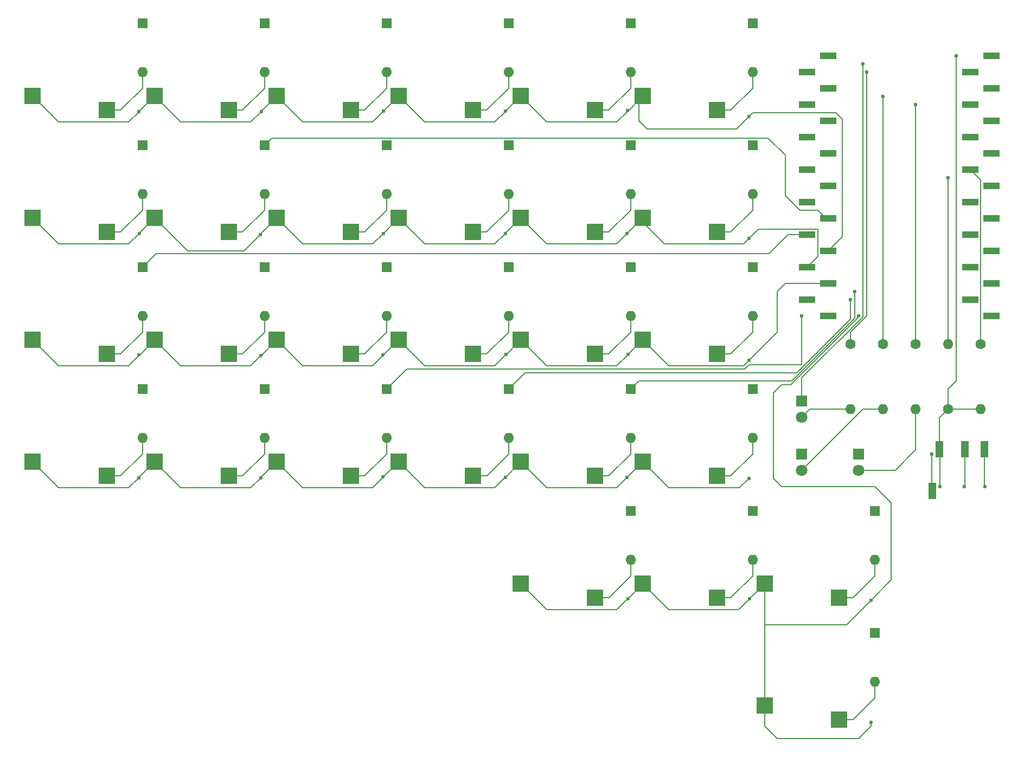
<source format=gbr>
%TF.GenerationSoftware,KiCad,Pcbnew,7.0.9*%
%TF.CreationDate,2024-11-16T13:28:32+01:00*%
%TF.ProjectId,ErgoBoard,4572676f-426f-4617-9264-2e6b69636164,rev?*%
%TF.SameCoordinates,Original*%
%TF.FileFunction,Copper,L2,Bot*%
%TF.FilePolarity,Positive*%
%FSLAX46Y46*%
G04 Gerber Fmt 4.6, Leading zero omitted, Abs format (unit mm)*
G04 Created by KiCad (PCBNEW 7.0.9) date 2024-11-16 13:28:32*
%MOMM*%
%LPD*%
G01*
G04 APERTURE LIST*
%TA.AperFunction,ComponentPad*%
%ADD10C,1.600000*%
%TD*%
%TA.AperFunction,ComponentPad*%
%ADD11O,1.600000X1.600000*%
%TD*%
%TA.AperFunction,ComponentPad*%
%ADD12R,1.800000X1.800000*%
%TD*%
%TA.AperFunction,ComponentPad*%
%ADD13C,1.800000*%
%TD*%
%TA.AperFunction,SMDPad,CuDef*%
%ADD14R,1.200000X2.500000*%
%TD*%
%TA.AperFunction,SMDPad,CuDef*%
%ADD15R,2.510000X1.000000*%
%TD*%
%TA.AperFunction,ComponentPad*%
%ADD16R,1.600000X1.600000*%
%TD*%
%TA.AperFunction,SMDPad,CuDef*%
%ADD17R,2.600000X2.600000*%
%TD*%
%TA.AperFunction,ViaPad*%
%ADD18C,0.600000*%
%TD*%
%TA.AperFunction,Conductor*%
%ADD19C,0.150000*%
%TD*%
G04 APERTURE END LIST*
D10*
%TO.P,R4,1*%
%TO.N,VMCU*%
X248920000Y-106045000D03*
D11*
%TO.P,R4,2*%
%TO.N,I2C_SDA*%
X248920000Y-95885000D03*
%TD*%
%TO.P,R1,2*%
%TO.N,Net-(LED1-A)*%
X233680000Y-106045000D03*
D10*
%TO.P,R1,1*%
%TO.N,LED1*%
X233680000Y-95885000D03*
%TD*%
%TO.P,R5,1*%
%TO.N,I2C_SCL*%
X254000000Y-95885000D03*
D11*
%TO.P,R5,2*%
%TO.N,VMCU*%
X254000000Y-106045000D03*
%TD*%
D10*
%TO.P,R3,1*%
%TO.N,LED3*%
X243840000Y-95885000D03*
D11*
%TO.P,R3,2*%
%TO.N,Net-(LED3-A)*%
X243840000Y-106045000D03*
%TD*%
D10*
%TO.P,R2,1*%
%TO.N,LED2*%
X238760000Y-95885000D03*
D11*
%TO.P,R2,2*%
%TO.N,Net-(LED2-A)*%
X238760000Y-106045000D03*
%TD*%
D12*
%TO.P,LED3,1,K*%
%TO.N,GND*%
X234950000Y-113030000D03*
D13*
%TO.P,LED3,2,A*%
%TO.N,Net-(LED3-A)*%
X234950000Y-115570000D03*
%TD*%
D12*
%TO.P,LED2,1,K*%
%TO.N,GND*%
X226060000Y-113030000D03*
D13*
%TO.P,LED2,2,A*%
%TO.N,Net-(LED2-A)*%
X226060000Y-115570000D03*
%TD*%
D12*
%TO.P,LED1,1,K*%
%TO.N,GND*%
X226060000Y-104775000D03*
D13*
%TO.P,LED1,2,A*%
%TO.N,Net-(LED1-A)*%
X226060000Y-107315000D03*
%TD*%
D14*
%TO.P,JackR1,R1*%
%TO.N,I2C_SDA*%
X251575000Y-112320000D03*
%TO.P,JackR1,R2*%
%TO.N,I2C_SCL*%
X254575000Y-112320000D03*
%TO.P,JackR1,S*%
%TO.N,GND*%
X246475000Y-118820000D03*
%TO.P,JackR1,T*%
%TO.N,VMCU*%
X247575000Y-112320000D03*
%TD*%
D15*
%TO.P,GG12,1,Pin_1*%
%TO.N,GND*%
X255685000Y-50800000D03*
%TO.P,GG12,2,Pin_2*%
%TO.N,VMCU*%
X230225000Y-50800000D03*
%TO.P,GG12,3,Pin_3*%
%TO.N,LED1*%
X252375000Y-53340000D03*
%TO.P,GG12,4,Pin_4*%
%TO.N,unconnected-(GG12-Pin_4-Pad4)*%
X226915000Y-53340000D03*
%TO.P,GG12,5,Pin_5*%
%TO.N,LED2*%
X255685000Y-55880000D03*
%TO.P,GG12,6,Pin_6*%
%TO.N,unconnected-(GG12-Pin_6-Pad6)*%
X230225000Y-55880000D03*
%TO.P,GG12,7,Pin_7*%
%TO.N,LED3*%
X252375000Y-58420000D03*
%TO.P,GG12,8,Pin_8*%
%TO.N,unconnected-(GG12-Pin_8-Pad8)*%
X226915000Y-58420000D03*
%TO.P,GG12,9,Pin_9*%
%TO.N,unconnected-(GG12-Pin_9-Pad9)*%
X255685000Y-60960000D03*
%TO.P,GG12,10,Pin_10*%
%TO.N,unconnected-(GG12-Pin_10-Pad10)*%
X230225000Y-60960000D03*
%TO.P,GG12,11,Pin_11*%
%TO.N,unconnected-(GG12-Pin_11-Pad11)*%
X252375000Y-63500000D03*
%TO.P,GG12,12,Pin_12*%
%TO.N,unconnected-(GG12-Pin_12-Pad12)*%
X226915000Y-63500000D03*
%TO.P,GG12,13,Pin_13*%
%TO.N,unconnected-(GG12-Pin_13-Pad13)*%
X255685000Y-66040000D03*
%TO.P,GG12,14,Pin_14*%
%TO.N,unconnected-(GG12-Pin_14-Pad14)*%
X230225000Y-66040000D03*
%TO.P,GG12,15,Pin_15*%
%TO.N,I2C_SCL*%
X252375000Y-68580000D03*
%TO.P,GG12,16,Pin_16*%
%TO.N,I2C_SDA*%
X226915000Y-68580000D03*
%TO.P,GG12,17,Pin_17*%
%TO.N,unconnected-(GG12-Pin_17-Pad17)*%
X255685000Y-71120000D03*
%TO.P,GG12,18,Pin_18*%
%TO.N,5V*%
X230225000Y-71120000D03*
%TO.P,GG12,19,Pin_19*%
%TO.N,unconnected-(GG12-Pin_19-Pad19)*%
X252375000Y-73660000D03*
%TO.P,GG12,20,Pin_20*%
%TO.N,unconnected-(GG12-Pin_20-Pad20)*%
X226915000Y-73660000D03*
%TO.P,GG12,21,Pin_21*%
%TO.N,unconnected-(GG12-Pin_21-Pad21)*%
X255685000Y-76200000D03*
%TO.P,GG12,22,Pin_22*%
%TO.N,Col2*%
X230225000Y-76200000D03*
%TO.P,GG12,23,Pin_23*%
%TO.N,unconnected-(GG12-Pin_23-Pad23)*%
X252375000Y-78740000D03*
%TO.P,GG12,24,Pin_24*%
%TO.N,Col1*%
X226915000Y-78740000D03*
%TO.P,GG12,25,Pin_25*%
%TO.N,unconnected-(GG12-Pin_25-Pad25)*%
X255685000Y-81280000D03*
%TO.P,GG12,26,Pin_26*%
%TO.N,Row1*%
X230225000Y-81280000D03*
%TO.P,GG12,27,Pin_27*%
%TO.N,Col6*%
X252375000Y-83820000D03*
%TO.P,GG12,28,Pin_28*%
%TO.N,Row2*%
X226915000Y-83820000D03*
%TO.P,GG12,29,Pin_29*%
%TO.N,Col5*%
X255685000Y-86360000D03*
%TO.P,GG12,30,Pin_30*%
%TO.N,Row3*%
X230225000Y-86360000D03*
%TO.P,GG12,31,Pin_31*%
%TO.N,Col4*%
X252375000Y-88900000D03*
%TO.P,GG12,32,Pin_32*%
%TO.N,Row4*%
X226915000Y-88900000D03*
%TO.P,GG12,33,Pin_33*%
%TO.N,Col3*%
X255685000Y-91440000D03*
%TO.P,GG12,34,Pin_34*%
%TO.N,Row5*%
X230225000Y-91440000D03*
%TD*%
D16*
%TO.P,D18,1,K*%
%TO.N,Col6*%
X218440000Y-83820000D03*
D11*
%TO.P,D18,2,A*%
%TO.N,Net-(D18-A)*%
X218440000Y-91440000D03*
%TD*%
D16*
%TO.P,D16,1,K*%
%TO.N,Col4*%
X180340000Y-83820000D03*
D11*
%TO.P,D16,2,A*%
%TO.N,Net-(D16-A)*%
X180340000Y-91440000D03*
%TD*%
D17*
%TO.P,SW19,1,1*%
%TO.N,Net-(D19-A)*%
X117575000Y-116440000D03*
%TO.P,SW19,2,2*%
%TO.N,Row4*%
X106025000Y-114240000D03*
%TD*%
D16*
%TO.P,D8,1,K*%
%TO.N,Col2*%
X142240000Y-64770000D03*
D11*
%TO.P,D8,2,A*%
%TO.N,Net-(D8-A)*%
X142240000Y-72390000D03*
%TD*%
D17*
%TO.P,SW16,1,1*%
%TO.N,Net-(D16-A)*%
X174725000Y-97390000D03*
%TO.P,SW16,2,2*%
%TO.N,Row3*%
X163175000Y-95190000D03*
%TD*%
D16*
%TO.P,D11,1,K*%
%TO.N,Col5*%
X199390000Y-64770000D03*
D11*
%TO.P,D11,2,A*%
%TO.N,Net-(D11-A)*%
X199390000Y-72390000D03*
%TD*%
D16*
%TO.P,D23,1,K*%
%TO.N,Col5*%
X199390000Y-102870000D03*
D11*
%TO.P,D23,2,A*%
%TO.N,Net-(D23-A)*%
X199390000Y-110490000D03*
%TD*%
D16*
%TO.P,D15,1,K*%
%TO.N,Col3*%
X161290000Y-83820000D03*
D11*
%TO.P,D15,2,A*%
%TO.N,Net-(D15-A)*%
X161290000Y-91440000D03*
%TD*%
D16*
%TO.P,D26,1,K*%
%TO.N,Col2*%
X218440000Y-121920000D03*
D11*
%TO.P,D26,2,A*%
%TO.N,Net-(D26-A)*%
X218440000Y-129540000D03*
%TD*%
D16*
%TO.P,D21,1,K*%
%TO.N,Col3*%
X161290000Y-102870000D03*
D11*
%TO.P,D21,2,A*%
%TO.N,Net-(D21-A)*%
X161290000Y-110490000D03*
%TD*%
D17*
%TO.P,SW2,1,1*%
%TO.N,Net-(D2-A)*%
X136625000Y-59290000D03*
%TO.P,SW2,2,2*%
%TO.N,Row1*%
X125075000Y-57090000D03*
%TD*%
%TO.P,SW25,1,1*%
%TO.N,Net-(D25-A)*%
X193775000Y-135490000D03*
%TO.P,SW25,2,2*%
%TO.N,Row5*%
X182225000Y-133290000D03*
%TD*%
%TO.P,SW5,1,1*%
%TO.N,Net-(D5-A)*%
X193775000Y-59290000D03*
%TO.P,SW5,2,2*%
%TO.N,Row1*%
X182225000Y-57090000D03*
%TD*%
D16*
%TO.P,D5,1,K*%
%TO.N,Col5*%
X199390000Y-45720000D03*
D11*
%TO.P,D5,2,A*%
%TO.N,Net-(D5-A)*%
X199390000Y-53340000D03*
%TD*%
D17*
%TO.P,SW10,1,1*%
%TO.N,Net-(D10-A)*%
X174725000Y-78340000D03*
%TO.P,SW10,2,2*%
%TO.N,Row2*%
X163175000Y-76140000D03*
%TD*%
%TO.P,SW12,1,1*%
%TO.N,Net-(D12-A)*%
X212825000Y-78340000D03*
%TO.P,SW12,2,2*%
%TO.N,Row2*%
X201275000Y-76140000D03*
%TD*%
D16*
%TO.P,D28,1,K*%
%TO.N,Col4*%
X237490000Y-140970000D03*
D11*
%TO.P,D28,2,A*%
%TO.N,Net-(D28-A)*%
X237490000Y-148590000D03*
%TD*%
D17*
%TO.P,SW3,1,1*%
%TO.N,Net-(D3-A)*%
X155675000Y-59290000D03*
%TO.P,SW3,2,2*%
%TO.N,Row1*%
X144125000Y-57090000D03*
%TD*%
%TO.P,SW24,1,1*%
%TO.N,Net-(D24-A)*%
X212825000Y-116440000D03*
%TO.P,SW24,2,2*%
%TO.N,Row4*%
X201275000Y-114240000D03*
%TD*%
D16*
%TO.P,D27,1,K*%
%TO.N,Col3*%
X237490000Y-121920000D03*
D11*
%TO.P,D27,2,A*%
%TO.N,Net-(D27-A)*%
X237490000Y-129540000D03*
%TD*%
D17*
%TO.P,SW4,1,1*%
%TO.N,Net-(D4-A)*%
X174725000Y-59290000D03*
%TO.P,SW4,2,2*%
%TO.N,Row1*%
X163175000Y-57090000D03*
%TD*%
%TO.P,SW7,1,1*%
%TO.N,Net-(D7-A)*%
X117575000Y-78340000D03*
%TO.P,SW7,2,2*%
%TO.N,Row2*%
X106025000Y-76140000D03*
%TD*%
%TO.P,SW23,1,1*%
%TO.N,Net-(D23-A)*%
X193775000Y-116440000D03*
%TO.P,SW23,2,2*%
%TO.N,Row4*%
X182225000Y-114240000D03*
%TD*%
D16*
%TO.P,D4,1,K*%
%TO.N,Col4*%
X180340000Y-45720000D03*
D11*
%TO.P,D4,2,A*%
%TO.N,Net-(D4-A)*%
X180340000Y-53340000D03*
%TD*%
D16*
%TO.P,D22,1,K*%
%TO.N,Col4*%
X180340000Y-102870000D03*
D11*
%TO.P,D22,2,A*%
%TO.N,Net-(D22-A)*%
X180340000Y-110490000D03*
%TD*%
D17*
%TO.P,SW18,1,1*%
%TO.N,Net-(D18-A)*%
X212825000Y-97390000D03*
%TO.P,SW18,2,2*%
%TO.N,Row3*%
X201275000Y-95190000D03*
%TD*%
D16*
%TO.P,D25,1,K*%
%TO.N,Col1*%
X199390000Y-121920000D03*
D11*
%TO.P,D25,2,A*%
%TO.N,Net-(D25-A)*%
X199390000Y-129540000D03*
%TD*%
D16*
%TO.P,D7,1,K*%
%TO.N,Col1*%
X123190000Y-64770000D03*
D11*
%TO.P,D7,2,A*%
%TO.N,Net-(D7-A)*%
X123190000Y-72390000D03*
%TD*%
D17*
%TO.P,SW9,1,1*%
%TO.N,Net-(D9-A)*%
X155675000Y-78340000D03*
%TO.P,SW9,2,2*%
%TO.N,Row2*%
X144125000Y-76140000D03*
%TD*%
%TO.P,SW21,1,1*%
%TO.N,Net-(D21-A)*%
X155675000Y-116440000D03*
%TO.P,SW21,2,2*%
%TO.N,Row4*%
X144125000Y-114240000D03*
%TD*%
%TO.P,SW11,1,1*%
%TO.N,Net-(D11-A)*%
X193775000Y-78340000D03*
%TO.P,SW11,2,2*%
%TO.N,Row2*%
X182225000Y-76140000D03*
%TD*%
D16*
%TO.P,D13,1,K*%
%TO.N,Col1*%
X123190000Y-83820000D03*
D11*
%TO.P,D13,2,A*%
%TO.N,Net-(D13-A)*%
X123190000Y-91440000D03*
%TD*%
D17*
%TO.P,SW6,1,1*%
%TO.N,Net-(D6-A)*%
X212825000Y-59290000D03*
%TO.P,SW6,2,2*%
%TO.N,Row1*%
X201275000Y-57090000D03*
%TD*%
D16*
%TO.P,D17,1,K*%
%TO.N,Col5*%
X199390000Y-83820000D03*
D11*
%TO.P,D17,2,A*%
%TO.N,Net-(D17-A)*%
X199390000Y-91440000D03*
%TD*%
D16*
%TO.P,D20,1,K*%
%TO.N,Col2*%
X142240000Y-102870000D03*
D11*
%TO.P,D20,2,A*%
%TO.N,Net-(D20-A)*%
X142240000Y-110490000D03*
%TD*%
D16*
%TO.P,D1,1,K*%
%TO.N,Col1*%
X123190000Y-45720000D03*
D11*
%TO.P,D1,2,A*%
%TO.N,Net-(D1-A)*%
X123190000Y-53340000D03*
%TD*%
D17*
%TO.P,SW15,1,1*%
%TO.N,Net-(D15-A)*%
X155675000Y-97390000D03*
%TO.P,SW15,2,2*%
%TO.N,Row3*%
X144125000Y-95190000D03*
%TD*%
D16*
%TO.P,D2,1,K*%
%TO.N,Col2*%
X142240000Y-45720000D03*
D11*
%TO.P,D2,2,A*%
%TO.N,Net-(D2-A)*%
X142240000Y-53340000D03*
%TD*%
D17*
%TO.P,SW1,1,1*%
%TO.N,Net-(D1-A)*%
X117575000Y-59290000D03*
%TO.P,SW1,2,2*%
%TO.N,Row1*%
X106025000Y-57090000D03*
%TD*%
%TO.P,SW27,1,1*%
%TO.N,Net-(D27-A)*%
X231875000Y-135490000D03*
%TO.P,SW27,2,2*%
%TO.N,Row5*%
X220325000Y-133290000D03*
%TD*%
D16*
%TO.P,D19,1,K*%
%TO.N,Col1*%
X123190000Y-102870000D03*
D11*
%TO.P,D19,2,A*%
%TO.N,Net-(D19-A)*%
X123190000Y-110490000D03*
%TD*%
D16*
%TO.P,D6,1,K*%
%TO.N,Col6*%
X218440000Y-45720000D03*
D11*
%TO.P,D6,2,A*%
%TO.N,Net-(D6-A)*%
X218440000Y-53340000D03*
%TD*%
D16*
%TO.P,D9,1,K*%
%TO.N,Col3*%
X161290000Y-64770000D03*
D11*
%TO.P,D9,2,A*%
%TO.N,Net-(D9-A)*%
X161290000Y-72390000D03*
%TD*%
D16*
%TO.P,D14,1,K*%
%TO.N,Col2*%
X142240000Y-83820000D03*
D11*
%TO.P,D14,2,A*%
%TO.N,Net-(D14-A)*%
X142240000Y-91440000D03*
%TD*%
D17*
%TO.P,SW26,1,1*%
%TO.N,Net-(D26-A)*%
X212825000Y-135490000D03*
%TO.P,SW26,2,2*%
%TO.N,Row5*%
X201275000Y-133290000D03*
%TD*%
%TO.P,SW28,1,1*%
%TO.N,Net-(D28-A)*%
X231875000Y-154540000D03*
%TO.P,SW28,2,2*%
%TO.N,Row5*%
X220325000Y-152340000D03*
%TD*%
%TO.P,SW17,1,1*%
%TO.N,Net-(D17-A)*%
X193775000Y-97390000D03*
%TO.P,SW17,2,2*%
%TO.N,Row3*%
X182225000Y-95190000D03*
%TD*%
D16*
%TO.P,D24,1,K*%
%TO.N,Col6*%
X218440000Y-102870000D03*
D11*
%TO.P,D24,2,A*%
%TO.N,Net-(D24-A)*%
X218440000Y-110490000D03*
%TD*%
D16*
%TO.P,D12,1,K*%
%TO.N,Col6*%
X218440000Y-64770000D03*
D11*
%TO.P,D12,2,A*%
%TO.N,Net-(D12-A)*%
X218440000Y-72390000D03*
%TD*%
D16*
%TO.P,D3,1,K*%
%TO.N,Col3*%
X161290000Y-45720000D03*
D11*
%TO.P,D3,2,A*%
%TO.N,Net-(D3-A)*%
X161290000Y-53340000D03*
%TD*%
D16*
%TO.P,D10,1,K*%
%TO.N,Col4*%
X180340000Y-64770000D03*
D11*
%TO.P,D10,2,A*%
%TO.N,Net-(D10-A)*%
X180340000Y-72390000D03*
%TD*%
D17*
%TO.P,SW13,1,1*%
%TO.N,Net-(D13-A)*%
X117575000Y-97390000D03*
%TO.P,SW13,2,2*%
%TO.N,Row3*%
X106025000Y-95190000D03*
%TD*%
%TO.P,SW14,1,1*%
%TO.N,Net-(D14-A)*%
X136625000Y-97390000D03*
%TO.P,SW14,2,2*%
%TO.N,Row3*%
X125075000Y-95190000D03*
%TD*%
%TO.P,SW8,1,1*%
%TO.N,Net-(D8-A)*%
X136625000Y-78340000D03*
%TO.P,SW8,2,2*%
%TO.N,Row2*%
X125075000Y-76140000D03*
%TD*%
%TO.P,SW20,1,1*%
%TO.N,Net-(D20-A)*%
X136625000Y-116440000D03*
%TO.P,SW20,2,2*%
%TO.N,Row4*%
X125075000Y-114240000D03*
%TD*%
%TO.P,SW22,1,1*%
%TO.N,Net-(D22-A)*%
X174725000Y-116440000D03*
%TO.P,SW22,2,2*%
%TO.N,Row4*%
X163175000Y-114240000D03*
%TD*%
D18*
%TO.N,I2C_SDA*%
X248920000Y-69850000D03*
%TO.N,LED3*%
X243840000Y-58420000D03*
%TO.N,LED2*%
X238760000Y-57150000D03*
%TO.N,LED1*%
X236220000Y-53340000D03*
%TO.N,GND*%
X235585000Y-52070000D03*
%TO.N,VMCU*%
X250190000Y-50800000D03*
%TO.N,I2C_SCL*%
X254635000Y-118110000D03*
%TO.N,I2C_SDA*%
X251460000Y-118110000D03*
%TO.N,VMCU*%
X247650000Y-118110000D03*
%TO.N,GND*%
X246380000Y-113030000D03*
%TO.N,Row5*%
X234950000Y-91440000D03*
%TO.N,Col5*%
X234315000Y-87630000D03*
%TO.N,Col4*%
X233680000Y-88900000D03*
%TO.N,Col3*%
X226098632Y-91439999D03*
%TO.N,I2C_SDA*%
X226915000Y-68580000D03*
%TO.N,unconnected-(GG12-Pin_12-Pad12)*%
X226915000Y-63500000D03*
%TO.N,unconnected-(GG12-Pin_8-Pad8)*%
X226915000Y-58420000D03*
%TO.N,VMCU*%
X230225000Y-50800000D03*
%TO.N,unconnected-(GG12-Pin_23-Pad23)*%
X252375000Y-78740000D03*
%TO.N,unconnected-(GG12-Pin_21-Pad21)*%
X255685000Y-76200000D03*
%TO.N,unconnected-(GG12-Pin_19-Pad19)*%
X252375000Y-73660000D03*
%TO.N,unconnected-(GG12-Pin_20-Pad20)*%
X226915000Y-73660000D03*
%TO.N,unconnected-(GG12-Pin_17-Pad17)*%
X255685000Y-71120000D03*
%TO.N,I2C_SCL*%
X252375000Y-68580000D03*
%TO.N,unconnected-(GG12-Pin_14-Pad14)*%
X230225000Y-66040000D03*
%TO.N,unconnected-(GG12-Pin_10-Pad10)*%
X230225000Y-60960000D03*
%TO.N,unconnected-(GG12-Pin_6-Pad6)*%
X230225000Y-55880000D03*
%TO.N,LED1*%
X252375000Y-53340000D03*
%TO.N,unconnected-(GG12-Pin_4-Pad4)*%
X226915000Y-53340000D03*
%TO.N,Col4*%
X252375000Y-88900000D03*
%TO.N,Row4*%
X226915000Y-88900000D03*
%TO.N,Col1*%
X226915000Y-78740000D03*
%TO.N,Row2*%
X226915000Y-83820000D03*
%TO.N,LED3*%
X252375000Y-58420000D03*
%TO.N,unconnected-(GG12-Pin_11-Pad11)*%
X252375000Y-63500000D03*
%TO.N,5V*%
X230225000Y-71120000D03*
%TO.N,Col2*%
X230225000Y-76200000D03*
%TO.N,Row1*%
X230225000Y-81280000D03*
%TO.N,Col6*%
X252375000Y-83820000D03*
%TO.N,Row3*%
X230225000Y-86360000D03*
%TO.N,Row5*%
X230225000Y-91440000D03*
%TO.N,GND*%
X255685000Y-50800000D03*
%TO.N,LED2*%
X255685000Y-55880000D03*
%TO.N,unconnected-(GG12-Pin_9-Pad9)*%
X255685000Y-60960000D03*
%TO.N,unconnected-(GG12-Pin_13-Pad13)*%
X255685000Y-66040000D03*
%TO.N,unconnected-(GG12-Pin_25-Pad25)*%
X255685000Y-81280000D03*
%TO.N,Col5*%
X255685000Y-86360000D03*
%TO.N,Col3*%
X255685000Y-91440000D03*
%TO.N,Row2*%
X160755154Y-78563682D03*
X122681834Y-78563682D03*
X141601225Y-78720041D03*
X179830904Y-78563682D03*
X217805000Y-79375000D03*
X198789384Y-78602772D03*
%TO.N,Row3*%
X217805000Y-98425000D03*
X160716064Y-97561253D03*
X141679404Y-97600342D03*
X122603655Y-97522163D03*
X198945743Y-97483073D03*
X179948172Y-97443984D03*
%TO.N,Row4*%
X122603655Y-116754271D03*
X160716064Y-116597913D03*
X198789384Y-116715182D03*
X141679404Y-116754271D03*
X179791814Y-116715182D03*
X217805000Y-116840000D03*
%TO.N,Row5*%
X198927550Y-135646008D03*
X236855000Y-154940000D03*
X217965383Y-135646008D03*
X236855000Y-135890000D03*
%TO.N,Row1*%
X160787093Y-59455341D03*
X141724636Y-59495942D03*
X179808948Y-59475641D03*
X198871405Y-59333536D03*
X122580975Y-59556845D03*
X217805000Y-60325000D03*
%TD*%
D19*
%TO.N,Row1*%
X217805000Y-60325000D02*
X218440000Y-59690000D01*
X201930000Y-62230000D02*
X200660000Y-60960000D01*
X218440000Y-59690000D02*
X231360000Y-59690000D01*
X231360000Y-59690000D02*
X232410000Y-60740000D01*
X232410000Y-60740000D02*
X232410000Y-79095000D01*
X232410000Y-79095000D02*
X230225000Y-81280000D01*
X215900000Y-62230000D02*
X201930000Y-62230000D01*
X217805000Y-60325000D02*
X215900000Y-62230000D01*
X200660000Y-60960000D02*
X200660000Y-57705000D01*
X200660000Y-57705000D02*
X201275000Y-57090000D01*
%TO.N,Row2*%
X228600000Y-78020000D02*
X228600000Y-82135000D01*
X219265000Y-77915000D02*
X228495000Y-77915000D01*
X201275000Y-76815000D02*
X201275000Y-76140000D01*
X228495000Y-77915000D02*
X228600000Y-78020000D01*
X217805000Y-79375000D02*
X216965000Y-80215000D01*
X217805000Y-79375000D02*
X219265000Y-77915000D01*
X228600000Y-82135000D02*
X226915000Y-83820000D01*
X216965000Y-80215000D02*
X204675000Y-80215000D01*
X204675000Y-80215000D02*
X201275000Y-76815000D01*
%TO.N,Row3*%
X223520000Y-86360000D02*
X230225000Y-86360000D01*
X217805000Y-98425000D02*
X222250000Y-93980000D01*
X222250000Y-93980000D02*
X222250000Y-87630000D01*
X217805000Y-98425000D02*
X216965000Y-99265000D01*
X222250000Y-87630000D02*
X223520000Y-86360000D01*
X216965000Y-99265000D02*
X205350000Y-99265000D01*
X205350000Y-99265000D02*
X201275000Y-95190000D01*
%TO.N,Row4*%
X216330000Y-118315000D02*
X205350000Y-118315000D01*
X217805000Y-116840000D02*
X216330000Y-118315000D01*
X205350000Y-118315000D02*
X201275000Y-114240000D01*
%TO.N,Row5*%
X236855000Y-135890000D02*
X240030000Y-132715000D01*
X224369923Y-102235000D02*
X234950000Y-91654923D01*
X240030000Y-132715000D02*
X240030000Y-120650000D01*
X237490000Y-118110000D02*
X222885000Y-118110000D01*
X222885000Y-118110000D02*
X221615000Y-116840000D01*
X240030000Y-120650000D02*
X237490000Y-118110000D01*
X221615000Y-116840000D02*
X221615000Y-103505000D01*
X234950000Y-91654923D02*
X234950000Y-91440000D01*
X221615000Y-103505000D02*
X222885000Y-102235000D01*
X222885000Y-102235000D02*
X224369923Y-102235000D01*
X236855000Y-135890000D02*
X233045000Y-139700000D01*
X233045000Y-139700000D02*
X220325000Y-139700000D01*
X220325000Y-155555000D02*
X220325000Y-152340000D01*
X236855000Y-154940000D02*
X236855000Y-155575000D01*
X236855000Y-155575000D02*
X234950000Y-157480000D01*
X234950000Y-157480000D02*
X222250000Y-157480000D01*
X222250000Y-157480000D02*
X220325000Y-155555000D01*
%TO.N,LED1*%
X233680000Y-95885000D02*
X233680000Y-94018147D01*
X233680000Y-94018147D02*
X236220000Y-91478147D01*
X236220000Y-91478147D02*
X236220000Y-53340000D01*
%TO.N,I2C_SCL*%
X254000000Y-95885000D02*
X254000000Y-70205000D01*
X254000000Y-70205000D02*
X252375000Y-68580000D01*
%TO.N,I2C_SDA*%
X248920000Y-95885000D02*
X248920000Y-69850000D01*
%TO.N,LED3*%
X243840000Y-95885000D02*
X243840000Y-58420000D01*
%TO.N,LED2*%
X238760000Y-95885000D02*
X238760000Y-57150000D01*
%TO.N,GND*%
X235585000Y-90805000D02*
X235585000Y-52070000D01*
X226060000Y-104775000D02*
X226060000Y-101143173D01*
X226060000Y-101143173D02*
X235585000Y-91618173D01*
X235585000Y-91618173D02*
X235585000Y-90805000D01*
%TO.N,Net-(LED1-A)*%
X233680000Y-106045000D02*
X227330000Y-106045000D01*
X227330000Y-106045000D02*
X226060000Y-107315000D01*
%TO.N,Net-(LED2-A)*%
X238760000Y-106045000D02*
X235585000Y-106045000D01*
X235585000Y-106045000D02*
X226060000Y-115570000D01*
%TO.N,Net-(LED3-A)*%
X243840000Y-112395000D02*
X240665000Y-115570000D01*
X243840000Y-106045000D02*
X243840000Y-112395000D01*
X240665000Y-115570000D02*
X234950000Y-115570000D01*
%TO.N,Col4*%
X233680000Y-88900000D02*
X233680000Y-91934975D01*
X233680000Y-91934975D02*
X225284975Y-100330000D01*
X225284975Y-100330000D02*
X182880000Y-100330000D01*
X182880000Y-100330000D02*
X180340000Y-102870000D01*
%TO.N,Col5*%
X234315000Y-87630000D02*
X234315000Y-91794949D01*
X224509949Y-101600000D02*
X200660000Y-101600000D01*
X234315000Y-91794949D02*
X224509949Y-101600000D01*
X200660000Y-101600000D02*
X199390000Y-102870000D01*
%TO.N,VMCU*%
X248920000Y-106045000D02*
X248920000Y-102870000D01*
X248920000Y-102870000D02*
X250190000Y-101600000D01*
X250190000Y-101600000D02*
X250190000Y-50800000D01*
X248920000Y-106045000D02*
X254000000Y-106045000D01*
X248920000Y-106045000D02*
X247575000Y-107390000D01*
X247575000Y-112320000D02*
X247575000Y-107390000D01*
%TO.N,I2C_SCL*%
X254575000Y-118050000D02*
X254635000Y-118110000D01*
X254575000Y-112320000D02*
X254575000Y-118050000D01*
%TO.N,I2C_SDA*%
X251575000Y-117995000D02*
X251460000Y-118110000D01*
X251575000Y-112320000D02*
X251575000Y-117995000D01*
%TO.N,VMCU*%
X247650000Y-112395000D02*
X247650000Y-118110000D01*
X247575000Y-112320000D02*
X247650000Y-112395000D01*
%TO.N,GND*%
X246380000Y-118745000D02*
X246380000Y-113030000D01*
X246475000Y-118820000D02*
X246455000Y-118820000D01*
X246455000Y-118820000D02*
X246380000Y-118745000D01*
%TO.N,Col3*%
X217806396Y-99060000D02*
X226060000Y-99060000D01*
X226060000Y-99060000D02*
X226060000Y-91478631D01*
X226060000Y-91478631D02*
X226098632Y-91439999D01*
%TO.N,Col1*%
X226915000Y-78740000D02*
X223947500Y-78740000D01*
X223947500Y-78740000D02*
X220957500Y-81730000D01*
X220957500Y-81730000D02*
X125280000Y-81730000D01*
X125280000Y-81730000D02*
X123190000Y-83820000D01*
%TO.N,Col2*%
X142240000Y-64770000D02*
X143365000Y-63645000D01*
X143365000Y-63645000D02*
X220835000Y-63645000D01*
X223520000Y-72670000D02*
X225780000Y-74930000D01*
X220835000Y-63645000D02*
X223520000Y-66330000D01*
X223520000Y-66330000D02*
X223520000Y-72670000D01*
X229870000Y-76200000D02*
X230225000Y-76200000D01*
X225780000Y-74930000D02*
X228600000Y-74930000D01*
X228600000Y-74930000D02*
X229870000Y-76200000D01*
%TO.N,Col3*%
X161290000Y-102870000D02*
X164445000Y-99715000D01*
X164445000Y-99715000D02*
X217151396Y-99715000D01*
X217151396Y-99715000D02*
X217806396Y-99060000D01*
%TO.N,Net-(D1-A)*%
X123190000Y-53340000D02*
X123190000Y-55851650D01*
X123190000Y-55851650D02*
X119751650Y-59290000D01*
X119751650Y-59290000D02*
X117575000Y-59290000D01*
%TO.N,Net-(D2-A)*%
X142240000Y-53340000D02*
X142240000Y-55851650D01*
X142240000Y-55851650D02*
X138801650Y-59290000D01*
X138801650Y-59290000D02*
X136625000Y-59290000D01*
%TO.N,Net-(D3-A)*%
X161290000Y-53340000D02*
X161290000Y-55851650D01*
X157851650Y-59290000D02*
X155675000Y-59290000D01*
X161290000Y-55851650D02*
X157851650Y-59290000D01*
%TO.N,Net-(D4-A)*%
X180340000Y-53340000D02*
X180340000Y-55851650D01*
X180340000Y-55851650D02*
X176901650Y-59290000D01*
X176901650Y-59290000D02*
X174725000Y-59290000D01*
%TO.N,Row2*%
X178150000Y-80215000D02*
X179801318Y-78563682D01*
X167250000Y-80215000D02*
X178150000Y-80215000D01*
X138985000Y-81280000D02*
X141544959Y-78720041D01*
X159100000Y-80215000D02*
X160751318Y-78563682D01*
X198789384Y-78625616D02*
X198789384Y-78602772D01*
X179830904Y-78534096D02*
X182225000Y-76140000D01*
X182225000Y-76140000D02*
X186300000Y-80215000D01*
X148200000Y-80215000D02*
X159100000Y-80215000D01*
X141544959Y-78720041D02*
X141601225Y-78720041D01*
X197200000Y-80215000D02*
X198789384Y-78625616D01*
X163175000Y-76140000D02*
X167250000Y-80215000D01*
X122681834Y-78563682D02*
X122681834Y-78533166D01*
X141601225Y-78720041D02*
X141601225Y-78663775D01*
X198812228Y-78602772D02*
X201275000Y-76140000D01*
X160755154Y-78563682D02*
X160755154Y-78559846D01*
X130215000Y-81280000D02*
X138985000Y-81280000D01*
X110100000Y-80215000D02*
X121000000Y-80215000D01*
X160751318Y-78563682D02*
X160755154Y-78563682D01*
X160755154Y-78559846D02*
X163175000Y-76140000D01*
X121000000Y-80215000D02*
X122651318Y-78563682D01*
X141601225Y-78663775D02*
X144125000Y-76140000D01*
X106025000Y-76140000D02*
X110100000Y-80215000D01*
X186300000Y-80215000D02*
X197200000Y-80215000D01*
X179801318Y-78563682D02*
X179830904Y-78563682D01*
X198789384Y-78602772D02*
X198812228Y-78602772D01*
X144125000Y-76140000D02*
X148200000Y-80215000D01*
X179830904Y-78563682D02*
X179830904Y-78534096D01*
X122681834Y-78533166D02*
X125075000Y-76140000D01*
X125075000Y-76140000D02*
X130215000Y-81280000D01*
X122651318Y-78563682D02*
X122681834Y-78563682D01*
%TO.N,Net-(D5-A)*%
X195951650Y-59290000D02*
X193775000Y-59290000D01*
X199390000Y-53340000D02*
X199390000Y-55851650D01*
X199390000Y-55851650D02*
X195951650Y-59290000D01*
%TO.N,Net-(D6-A)*%
X218440000Y-55851650D02*
X215001650Y-59290000D01*
X218440000Y-53340000D02*
X218440000Y-55851650D01*
X215001650Y-59290000D02*
X212825000Y-59290000D01*
%TO.N,Net-(D7-A)*%
X123190000Y-72390000D02*
X123190000Y-74901650D01*
X123190000Y-74901650D02*
X119751650Y-78340000D01*
X119751650Y-78340000D02*
X117575000Y-78340000D01*
%TO.N,Net-(D8-A)*%
X142240000Y-74901650D02*
X138801650Y-78340000D01*
X142240000Y-72390000D02*
X142240000Y-74901650D01*
X138801650Y-78340000D02*
X136625000Y-78340000D01*
%TO.N,Net-(D9-A)*%
X161290000Y-72390000D02*
X161290000Y-74901650D01*
X161290000Y-74901650D02*
X157851650Y-78340000D01*
X157851650Y-78340000D02*
X155675000Y-78340000D01*
%TO.N,Net-(D10-A)*%
X180340000Y-72390000D02*
X180340000Y-74901650D01*
X176901650Y-78340000D02*
X174725000Y-78340000D01*
X180340000Y-74901650D02*
X176901650Y-78340000D01*
%TO.N,Net-(D11-A)*%
X199390000Y-72390000D02*
X199390000Y-74901650D01*
X195951650Y-78340000D02*
X193775000Y-78340000D01*
X199390000Y-74901650D02*
X195951650Y-78340000D01*
%TO.N,Net-(D12-A)*%
X218440000Y-72390000D02*
X218440000Y-74901650D01*
X218440000Y-74901650D02*
X215001650Y-78340000D01*
X215001650Y-78340000D02*
X212825000Y-78340000D01*
%TO.N,Net-(D13-A)*%
X119751650Y-97390000D02*
X117575000Y-97390000D01*
X123190000Y-91440000D02*
X123190000Y-93951650D01*
X123190000Y-93951650D02*
X119751650Y-97390000D01*
%TO.N,Net-(D14-A)*%
X142240000Y-91440000D02*
X142240000Y-93951650D01*
X138801650Y-97390000D02*
X136625000Y-97390000D01*
X142240000Y-93951650D02*
X138801650Y-97390000D01*
%TO.N,Net-(D15-A)*%
X161290000Y-91440000D02*
X161290000Y-93951650D01*
X157851650Y-97390000D02*
X155675000Y-97390000D01*
X161290000Y-93951650D02*
X157851650Y-97390000D01*
%TO.N,Net-(D16-A)*%
X180340000Y-91440000D02*
X180340000Y-93951650D01*
X180340000Y-93951650D02*
X176901650Y-97390000D01*
X176901650Y-97390000D02*
X174725000Y-97390000D01*
%TO.N,Net-(D17-A)*%
X199390000Y-91440000D02*
X199390000Y-93951650D01*
X199390000Y-93951650D02*
X195951650Y-97390000D01*
X195951650Y-97390000D02*
X193775000Y-97390000D01*
%TO.N,Net-(D18-A)*%
X218440000Y-91440000D02*
X218440000Y-93951650D01*
X215001650Y-97390000D02*
X212825000Y-97390000D01*
X218440000Y-93951650D02*
X215001650Y-97390000D01*
%TO.N,Row3*%
X122603655Y-97522163D02*
X122742837Y-97522163D01*
X144125000Y-95190000D02*
X148200000Y-99265000D01*
X159100000Y-99265000D02*
X160716064Y-97648936D01*
X141714658Y-97600342D02*
X144125000Y-95190000D01*
X122603655Y-97661345D02*
X122603655Y-97522163D01*
X160716064Y-97648936D02*
X160716064Y-97561253D01*
X129150000Y-99265000D02*
X140050000Y-99265000D01*
X140050000Y-99265000D02*
X141679404Y-97635596D01*
X186300000Y-99265000D02*
X197200000Y-99265000D01*
X160716064Y-97561253D02*
X160803747Y-97561253D01*
X160803747Y-97561253D02*
X163175000Y-95190000D01*
X198981927Y-97483073D02*
X201275000Y-95190000D01*
X141679404Y-97600342D02*
X141714658Y-97600342D01*
X198945743Y-97483073D02*
X198981927Y-97483073D01*
X106025000Y-95190000D02*
X110100000Y-99265000D01*
X167250000Y-99265000D02*
X178150000Y-99265000D01*
X122742837Y-97522163D02*
X125075000Y-95190000D01*
X197200000Y-99265000D02*
X198945743Y-97519257D01*
X125075000Y-95190000D02*
X129150000Y-99265000D01*
X110100000Y-99265000D02*
X121000000Y-99265000D01*
X148200000Y-99265000D02*
X159100000Y-99265000D01*
X163175000Y-95190000D02*
X167250000Y-99265000D01*
X179948172Y-97443984D02*
X179971016Y-97443984D01*
X182225000Y-95190000D02*
X186300000Y-99265000D01*
X179971016Y-97443984D02*
X182225000Y-95190000D01*
X121000000Y-99265000D02*
X122603655Y-97661345D01*
X141679404Y-97635596D02*
X141679404Y-97600342D01*
X178150000Y-99265000D02*
X179948172Y-97466828D01*
X179948172Y-97466828D02*
X179948172Y-97443984D01*
X198945743Y-97519257D02*
X198945743Y-97483073D01*
%TO.N,Net-(D19-A)*%
X123190000Y-110490000D02*
X123190000Y-113001650D01*
X119751650Y-116440000D02*
X117575000Y-116440000D01*
X123190000Y-113001650D02*
X119751650Y-116440000D01*
%TO.N,Net-(D20-A)*%
X142240000Y-110490000D02*
X142240000Y-113001650D01*
X138801650Y-116440000D02*
X136625000Y-116440000D01*
X142240000Y-113001650D02*
X138801650Y-116440000D01*
%TO.N,Net-(D21-A)*%
X157851650Y-116440000D02*
X155675000Y-116440000D01*
X161290000Y-110490000D02*
X161290000Y-113001650D01*
X161290000Y-113001650D02*
X157851650Y-116440000D01*
%TO.N,Net-(D22-A)*%
X180340000Y-110490000D02*
X180340000Y-113030000D01*
X180340000Y-113030000D02*
X176930000Y-116440000D01*
X176930000Y-116440000D02*
X174725000Y-116440000D01*
%TO.N,Net-(D23-A)*%
X199390000Y-110490000D02*
X199390000Y-113001650D01*
X195951650Y-116440000D02*
X193775000Y-116440000D01*
X199390000Y-113001650D02*
X195951650Y-116440000D01*
%TO.N,Net-(D24-A)*%
X215001650Y-116440000D02*
X212825000Y-116440000D01*
X218440000Y-113001650D02*
X215001650Y-116440000D01*
X218440000Y-110490000D02*
X218440000Y-113001650D01*
%TO.N,Net-(D25-A)*%
X199390000Y-129540000D02*
X199390000Y-132080000D01*
X195980000Y-135490000D02*
X193775000Y-135490000D01*
X199390000Y-132080000D02*
X195980000Y-135490000D01*
%TO.N,Net-(D26-A)*%
X218440000Y-132051650D02*
X215001650Y-135490000D01*
X215001650Y-135490000D02*
X212825000Y-135490000D01*
X218440000Y-129540000D02*
X218440000Y-132051650D01*
%TO.N,Net-(D27-A)*%
X234080000Y-135490000D02*
X231875000Y-135490000D01*
X237490000Y-129540000D02*
X237490000Y-132080000D01*
X237490000Y-132080000D02*
X234080000Y-135490000D01*
%TO.N,Net-(D28-A)*%
X237490000Y-148590000D02*
X237490000Y-151130000D01*
X234080000Y-154540000D02*
X231875000Y-154540000D01*
X237490000Y-151130000D02*
X234080000Y-154540000D01*
%TO.N,Row4*%
X122603655Y-116754271D02*
X122560729Y-116754271D01*
X198789384Y-116725616D02*
X197200000Y-118315000D01*
X110100000Y-118315000D02*
X106025000Y-114240000D01*
X197200000Y-118315000D02*
X186300000Y-118315000D01*
X125075000Y-114240000D02*
X122603655Y-116711345D01*
X160817087Y-116597913D02*
X160716064Y-116597913D01*
X141679404Y-116685596D02*
X141679404Y-116754271D01*
X148200000Y-118315000D02*
X144125000Y-114240000D01*
X198789384Y-116715182D02*
X198789384Y-116725616D01*
X198799818Y-116715182D02*
X198789384Y-116715182D01*
X160716064Y-116597913D02*
X160716064Y-116698936D01*
X167250000Y-118315000D02*
X163175000Y-114240000D01*
X144125000Y-114240000D02*
X141679404Y-116685596D01*
X122560729Y-116754271D02*
X121000000Y-118315000D01*
X179791814Y-116715182D02*
X179749818Y-116715182D01*
X140050000Y-118315000D02*
X129150000Y-118315000D01*
X182225000Y-114240000D02*
X179791814Y-116673186D01*
X179749818Y-116715182D02*
X178150000Y-118315000D01*
X121000000Y-118315000D02*
X110100000Y-118315000D01*
X159100000Y-118315000D02*
X148200000Y-118315000D01*
X122603655Y-116711345D02*
X122603655Y-116754271D01*
X141679404Y-116754271D02*
X141610729Y-116754271D01*
X179791814Y-116673186D02*
X179791814Y-116715182D01*
X163175000Y-114240000D02*
X160817087Y-116597913D01*
X129150000Y-118315000D02*
X125075000Y-114240000D01*
X186300000Y-118315000D02*
X182225000Y-114240000D01*
X160716064Y-116698936D02*
X159100000Y-118315000D01*
X141610729Y-116754271D02*
X140050000Y-118315000D01*
X178150000Y-118315000D02*
X167250000Y-118315000D01*
X201275000Y-114240000D02*
X198799818Y-116715182D01*
%TO.N,Row5*%
X217965383Y-135649617D02*
X216250000Y-137365000D01*
X220325000Y-139700000D02*
X220325000Y-133290000D01*
X217965383Y-135646008D02*
X217965383Y-135649617D01*
X217968992Y-135646008D02*
X217965383Y-135646008D01*
X197200000Y-137365000D02*
X186300000Y-137365000D01*
X198927550Y-135637450D02*
X198927550Y-135646008D01*
X198918992Y-135646008D02*
X197200000Y-137365000D01*
X201275000Y-133290000D02*
X198927550Y-135637450D01*
X205350000Y-137365000D02*
X201275000Y-133290000D01*
X220325000Y-152340000D02*
X220325000Y-139700000D01*
X216250000Y-137365000D02*
X205350000Y-137365000D01*
X186300000Y-137365000D02*
X182225000Y-133290000D01*
X220325000Y-133290000D02*
X217968992Y-135646008D01*
X198927550Y-135646008D02*
X198918992Y-135646008D01*
%TO.N,Row1*%
X178150000Y-61165000D02*
X179808948Y-59506052D01*
X141779026Y-59402926D02*
X141812074Y-59402926D01*
X129150000Y-61165000D02*
X140050000Y-61165000D01*
X198871405Y-59493595D02*
X198871405Y-59333536D01*
X160891440Y-59373560D02*
X163175000Y-57090000D01*
X163175000Y-57090000D02*
X167250000Y-61165000D01*
X122580975Y-59584025D02*
X122580975Y-59556845D01*
X141724636Y-59495942D02*
X141724636Y-59490364D01*
X160866877Y-59398123D02*
X160866877Y-59373560D01*
X197200000Y-61165000D02*
X198871405Y-59493595D01*
X167250000Y-61165000D02*
X178150000Y-61165000D01*
X141719058Y-59495942D02*
X141724636Y-59495942D01*
X144125000Y-57090000D02*
X148200000Y-61165000D01*
X179839359Y-59475641D02*
X179881508Y-59433492D01*
X148200000Y-61165000D02*
X159100000Y-61165000D01*
X160787093Y-59455341D02*
X160809659Y-59455341D01*
X160866877Y-59373560D02*
X160891440Y-59373560D01*
X121000000Y-61165000D02*
X122580975Y-59584025D01*
X122580975Y-59556845D02*
X122608155Y-59556845D01*
X141779026Y-59435974D02*
X141779026Y-59402926D01*
X179808948Y-59506052D02*
X179808948Y-59475641D01*
X179923977Y-59391023D02*
X182225000Y-57090000D01*
X106025000Y-57090000D02*
X110100000Y-61165000D01*
X159100000Y-61165000D02*
X160787093Y-59477907D01*
X160809659Y-59455341D02*
X160866877Y-59398123D01*
X160787093Y-59477907D02*
X160787093Y-59455341D01*
X179808948Y-59475641D02*
X179839359Y-59475641D01*
X125075000Y-57090000D02*
X129150000Y-61165000D01*
X141812074Y-59402926D02*
X144125000Y-57090000D01*
X122608155Y-59556845D02*
X125075000Y-57090000D01*
X198871405Y-59333536D02*
X199031464Y-59333536D01*
X110100000Y-61165000D02*
X121000000Y-61165000D01*
X179881508Y-59391023D02*
X179923977Y-59391023D01*
X182225000Y-57090000D02*
X186300000Y-61165000D01*
X140050000Y-61165000D02*
X141719058Y-59495942D01*
X179881508Y-59433492D02*
X179881508Y-59391023D01*
X199031464Y-59333536D02*
X201275000Y-57090000D01*
X186300000Y-61165000D02*
X197200000Y-61165000D01*
X141724636Y-59490364D02*
X141779026Y-59435974D01*
%TD*%
M02*

</source>
